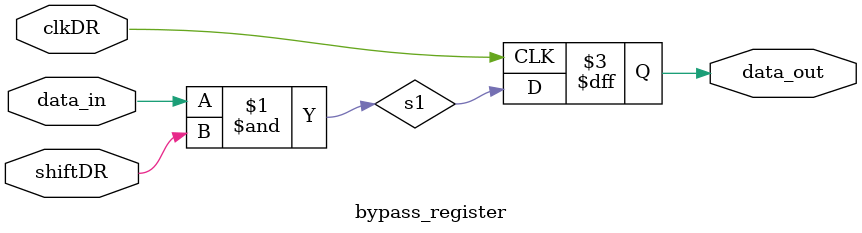
<source format=v>
`timescale 1ps / 1ps
module bypass_register (
    input data_in,
    shiftDR,
    clkDR,
    output reg data_out
);

  wire s1 = data_in & shiftDR;

  always @(posedge clkDR) begin
    data_out <= s1;
  end
endmodule

</source>
